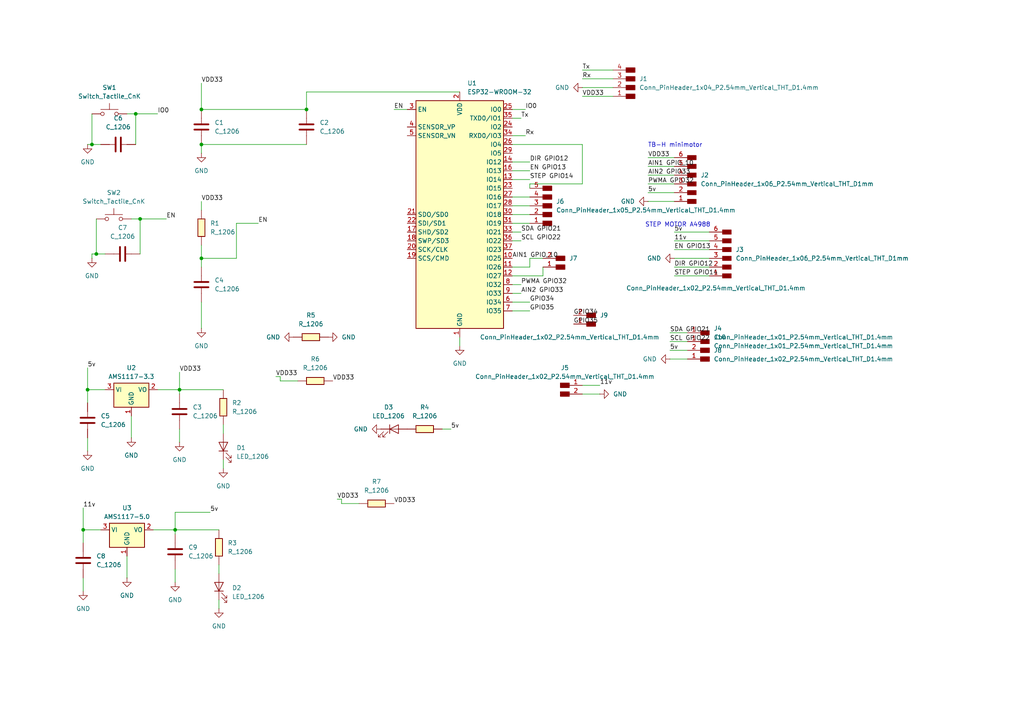
<source format=kicad_sch>
(kicad_sch (version 20231120) (generator "eeschema") (generator_version "8.0")
  (paper "A4")
  (lib_symbols
    (symbol "RF_Module:ESP32-WROOM-32"
      (property "Reference" "U" (at -12.7 34.29 0))
      (property "Value" "ESP32-WROOM-32" (at 1.27 34.29 0))
      (symbol "ESP32-WROOM-32_0_1"
        (rectangle (start -12.7 33.02) (end 12.7 -33.02) (stroke (width 0.254)) (fill (type background)))
      )
      (symbol "ESP32-WROOM-32_1_1"
        (pin power_in line (at 0 -35.56 90) (length 2.54) (name "GND") (number "1"))
        (pin bidirectional line (at 15.24 -12.7 180) (length 2.54) (name "IO25") (number "10"))
        (pin bidirectional line (at 15.24 -15.24 180) (length 2.54) (name "IO26") (number "11"))
        (pin bidirectional line (at 15.24 -17.78 180) (length 2.54) (name "IO27") (number "12"))
        (pin bidirectional line (at 15.24 10.16 180) (length 2.54) (name "IO14") (number "13"))
        (pin bidirectional line (at 15.24 15.24 180) (length 2.54) (name "IO12") (number "14"))
        (pin passive line (at 0 -35.56 90) (length 2.54) hide (name "GND") (number "15"))
        (pin bidirectional line (at 15.24 12.7 180) (length 2.54) (name "IO13") (number "16"))
        (pin bidirectional line (at -15.24 -5.08 0) (length 2.54) (name "SHD/SD2") (number "17"))
        (pin bidirectional line (at -15.24 -7.62 0) (length 2.54) (name "SWP/SD3") (number "18"))
        (pin bidirectional line (at -15.24 -12.7 0) (length 2.54) (name "SCS/CMD") (number "19"))
        (pin power_in line (at 0 35.56 270) (length 2.54) (name "VDD") (number "2"))
        (pin bidirectional line (at -15.24 -10.16 0) (length 2.54) (name "SCK/CLK") (number "20"))
        (pin bidirectional line (at -15.24 0 0) (length 2.54) (name "SDO/SD0") (number "21"))
        (pin bidirectional line (at -15.24 -2.54 0) (length 2.54) (name "SDI/SD1") (number "22"))
        (pin bidirectional line (at 15.24 7.62 180) (length 2.54) (name "IO15") (number "23"))
        (pin bidirectional line (at 15.24 25.4 180) (length 2.54) (name "IO2") (number "24"))
        (pin bidirectional line (at 15.24 30.48 180) (length 2.54) (name "IO0") (number "25"))
        (pin bidirectional line (at 15.24 20.32 180) (length 2.54) (name "IO4") (number "26"))
        (pin bidirectional line (at 15.24 5.08 180) (length 2.54) (name "IO16") (number "27"))
        (pin bidirectional line (at 15.24 2.54 180) (length 2.54) (name "IO17") (number "28"))
        (pin bidirectional line (at 15.24 17.78 180) (length 2.54) (name "IO5") (number "29"))
        (pin input line (at -15.24 30.48 0) (length 2.54) (name "EN") (number "3"))
        (pin bidirectional line (at 15.24 0 180) (length 2.54) (name "IO18") (number "30"))
        (pin bidirectional line (at 15.24 -2.54 180) (length 2.54) (name "IO19") (number "31"))
        (pin no_connect line (at -12.7 -27.94 0) (length 2.54) hide (name "NC") (number "32"))
        (pin bidirectional line (at 15.24 -5.08 180) (length 2.54) (name "IO21") (number "33"))
        (pin bidirectional line (at 15.24 22.86 180) (length 2.54) (name "RXD0/IO3") (number "34"))
        (pin bidirectional line (at 15.24 27.94 180) (length 2.54) (name "TXD0/IO1") (number "35"))
        (pin bidirectional line (at 15.24 -7.62 180) (length 2.54) (name "IO22") (number "36"))
        (pin bidirectional line (at 15.24 -10.16 180) (length 2.54) (name "IO23") (number "37"))
        (pin passive line (at 0 -35.56 90) (length 2.54) hide (name "GND") (number "38"))
        (pin passive line (at 0 -35.56 90) (length 2.54) hide (name "GND") (number "39"))
        (pin input line (at -15.24 25.4 0) (length 2.54) (name "SENSOR_VP") (number "4"))
        (pin input line (at -15.24 22.86 0) (length 2.54) (name "SENSOR_VN") (number "5"))
        (pin input line (at 15.24 -25.4 180) (length 2.54) (name "IO34") (number "6"))
        (pin input line (at 15.24 -27.94 180) (length 2.54) (name "IO35") (number "7"))
        (pin bidirectional line (at 15.24 -20.32 180) (length 2.54) (name "IO32") (number "8"))
        (pin bidirectional line (at 15.24 -22.86 180) (length 2.54) (name "IO33") (number "9"))
      )
    )
    (symbol "Regulator_Linear:AMS1117-3.3"
      (property "Reference" "U" (at -3.81 3.175 0))
      (property "Value" "AMS1117-3.3" (at 0 3.175 0))
      (symbol "AMS1117-3.3_0_1"
        (rectangle (start -5.08 -5.08) (end 5.08 1.905) (stroke (width 0.254)) (fill (type background)))
      )
      (symbol "AMS1117-3.3_1_1"
        (pin power_in line (at 0 -7.62 90) (length 2.54) (name "GND") (number "1"))
        (pin power_out line (at 7.62 0 180) (length 2.54) (name "VO") (number "2"))
        (pin power_in line (at -7.62 0 0) (length 2.54) (name "VI") (number "3"))
      )
    )
    (symbol "Regulator_Linear:AMS1117-5.0"
      (property "Reference" "U" (at -3.81 3.175 0))
      (property "Value" "AMS1117-5.0" (at 0 3.175 0))
      (symbol "AMS1117-5.0_0_1"
        (rectangle (start -5.08 -5.08) (end 5.08 1.905) (stroke (width 0.254)) (fill (type background)))
      )
      (symbol "AMS1117-5.0_1_1"
        (pin power_in line (at 0 -7.62 90) (length 2.54) (name "GND") (number "1"))
        (pin power_out line (at 7.62 0 180) (length 2.54) (name "VO") (number "2"))
        (pin power_in line (at -7.62 0 0) (length 2.54) (name "VI") (number "3"))
      )
    )
    (symbol "fab:C_1206" (pin_numbers hide)
      (property "Reference" "C" (at 0.635 2.54 0))
      (property "Value" "C_1206" (at 0.635 -2.54 0))
      (symbol "C_1206_0_1"
        (polyline (pts (xy -2.032 -0.762) (xy 2.032 -0.762)) (stroke (width 0.508)))
        (polyline (pts (xy -2.032 0.762) (xy 2.032 0.762)) (stroke (width 0.508)))
        (polyline (pts (xy 0 -0.635) (xy 0 -2.54)))
        (polyline (pts (xy 0 0.635) (xy 0 2.54)))
      )
      (symbol "C_1206_1_1"
        (pin passive line (at 0 5.08 270) (length 2.54) (name "~") (number "1"))
        (pin passive line (at 0 -5.08 90) (length 2.54) (name "~") (number "2"))
      )
    )
    (symbol "fab:Conn_PinHeader_1x01_P2.54mm_Vertical_THT_D1.4mm" (pin_names (offset 1.016) hide)
      (property "Reference" "J" (at 0 2.54 0))
      (property "Value" "Conn_PinHeader_1x01_P2.54mm_Vertical_THT_D1.4mm" (at 0 -2.54 0))
      (symbol "Conn_PinHeader_1x01_P2.54mm_Vertical_THT_D1.4mm_1_1"
        (rectangle (start -1.27 0.635) (end 1.27 -0.635) (stroke (width 0.1524)) (fill (type outline)))
        (pin passive line (at 5.08 0 180) (length 3.81) (name "Pin_1") (number "1"))
      )
    )
    (symbol "fab:Conn_PinHeader_1x02_P2.54mm_Vertical_THT_D1.4mm" (pin_names hide)
      (property "Reference" "J" (at 0 2.54 0))
      (property "Value" "Conn_PinHeader_1x02_P2.54mm_Vertical_THT_D1.4mm" (at 0 -5.08 0))
      (symbol "Conn_PinHeader_1x02_P2.54mm_Vertical_THT_D1.4mm_1_1"
        (rectangle (start -1.27 -1.905) (end 1.27 -3.175) (stroke (width 0.254)) (fill (type outline)))
        (rectangle (start -1.27 0.635) (end 1.27 -0.635) (stroke (width 0.254)) (fill (type outline)))
        (pin passive line (at 5.08 0 180) (length 3.81) (name "Pin_1") (number "1"))
        (pin passive line (at 5.08 -2.54 180) (length 3.81) (name "Pin_2") (number "2"))
      )
    )
    (symbol "fab:Conn_PinHeader_1x04_P2.54mm_Vertical_THT_D1.4mm" (pin_names hide)
      (property "Reference" "J" (at 0 5.08 0))
      (property "Value" "Conn_PinHeader_1x04_P2.54mm_Vertical_THT_D1.4mm" (at 0 -7.62 0))
      (symbol "Conn_PinHeader_1x04_P2.54mm_Vertical_THT_D1.4mm_1_1"
        (rectangle (start -1.27 -4.445) (end 1.27 -5.715) (stroke (width 0.254)) (fill (type outline)))
        (rectangle (start -1.27 -1.905) (end 1.27 -3.175) (stroke (width 0.254)) (fill (type outline)))
        (rectangle (start -1.27 0.635) (end 1.27 -0.635) (stroke (width 0.254)) (fill (type outline)))
        (rectangle (start -1.27 3.175) (end 1.27 1.905) (stroke (width 0.254)) (fill (type outline)))
        (pin passive line (at 5.08 2.54 180) (length 3.81) (name "Pin_1") (number "1"))
        (pin passive line (at 5.08 0 180) (length 3.81) (name "Pin_2") (number "2"))
        (pin passive line (at 5.08 -2.54 180) (length 3.81) (name "Pin_3") (number "3"))
        (pin passive line (at 5.08 -5.08 180) (length 3.81) (name "Pin_4") (number "4"))
      )
    )
    (symbol "fab:Conn_PinHeader_1x05_P2.54mm_Vertical_THT_D1.4mm" (pin_names hide)
      (property "Reference" "J" (at 0 7.62 0))
      (property "Value" "Conn_PinHeader_1x05_P2.54mm_Vertical_THT_D1.4mm" (at 0 -7.62 0))
      (symbol "Conn_PinHeader_1x05_P2.54mm_Vertical_THT_D1.4mm_1_1"
        (rectangle (start -1.27 -4.445) (end 1.27 -5.715) (stroke (width 0.254)) (fill (type outline)))
        (rectangle (start -1.27 -1.905) (end 1.27 -3.175) (stroke (width 0.254)) (fill (type outline)))
        (rectangle (start -1.27 0.635) (end 1.27 -0.635) (stroke (width 0.254)) (fill (type outline)))
        (rectangle (start -1.27 3.175) (end 1.27 1.905) (stroke (width 0.254)) (fill (type outline)))
        (rectangle (start -1.27 5.715) (end 1.27 4.445) (stroke (width 0.254)) (fill (type outline)))
        (pin passive line (at 5.08 5.08 180) (length 3.81) (name "Pin_1") (number "1"))
        (pin passive line (at 5.08 2.54 180) (length 3.81) (name "Pin_2") (number "2"))
        (pin passive line (at 5.08 0 180) (length 3.81) (name "Pin_3") (number "3"))
        (pin passive line (at 5.08 -2.54 180) (length 3.81) (name "Pin_4") (number "4"))
        (pin passive line (at 5.08 -5.08 180) (length 3.81) (name "Pin_5") (number "5"))
      )
    )
    (symbol "fab:Conn_PinHeader_1x06_P2.54mm_Vertical_THT_D1mm" (pin_names hide)
      (property "Reference" "J" (at 0 7.62 0))
      (property "Value" "Conn_PinHeader_1x06_P2.54mm_Vertical_THT_D1mm" (at 0 -10.16 0))
      (symbol "Conn_PinHeader_1x06_P2.54mm_Vertical_THT_D1mm_1_1"
        (rectangle (start -1.27 -6.985) (end 1.27 -8.255) (stroke (width 0.1524)) (fill (type outline)))
        (rectangle (start -1.27 -4.445) (end 1.27 -5.715) (stroke (width 0.1524)) (fill (type outline)))
        (rectangle (start -1.27 -1.905) (end 1.27 -3.175) (stroke (width 0.1524)) (fill (type outline)))
        (rectangle (start -1.27 0.635) (end 1.27 -0.635) (stroke (width 0.1524)) (fill (type outline)))
        (rectangle (start -1.27 3.175) (end 1.27 1.905) (stroke (width 0.1524)) (fill (type outline)))
        (rectangle (start -1.27 5.715) (end 1.27 4.445) (stroke (width 0.1524)) (fill (type outline)))
        (pin passive line (at 5.08 5.08 180) (length 3.81) (name "Pin_1") (number "1"))
        (pin passive line (at 5.08 2.54 180) (length 3.81) (name "Pin_2") (number "2"))
        (pin passive line (at 5.08 0 180) (length 3.81) (name "Pin_3") (number "3"))
        (pin passive line (at 5.08 -2.54 180) (length 3.81) (name "Pin_4") (number "4"))
        (pin passive line (at 5.08 -5.08 180) (length 3.81) (name "Pin_5") (number "5"))
        (pin passive line (at 5.08 -7.62 180) (length 3.81) (name "Pin_6") (number "6"))
      )
    )
    (symbol "fab:LED_1206" (pin_numbers hide) (pin_names (offset 1.016) hide)
      (property "Reference" "D" (at 0 2.54 0))
      (property "Value" "LED_1206" (at 0 -2.54 0))
      (symbol "LED_1206_0_1"
        (polyline (pts (xy -1.27 -1.27) (xy -1.27 1.27)) (stroke (width 0.2032)))
        (polyline (pts (xy -1.27 0) (xy 1.27 0)))
        (polyline (pts (xy 1.27 -1.27) (xy 1.27 1.27) (xy -1.27 0) (xy 1.27 -1.27)) (stroke (width 0.2032)))
        (polyline (pts (xy -3.048 -0.762) (xy -4.572 -2.286) (xy -3.81 -2.286) (xy -4.572 -2.286) (xy -4.572 -1.524)))
        (polyline (pts (xy -1.778 -0.762) (xy -3.302 -2.286) (xy -2.54 -2.286) (xy -3.302 -2.286) (xy -3.302 -1.524)))
      )
      (symbol "LED_1206_1_1"
        (pin passive line (at -3.81 0 0) (length 2.54) (name "K") (number "1"))
        (pin passive line (at 3.81 0 180) (length 2.54) (name "A") (number "2"))
      )
    )
    (symbol "fab:R_1206" (pin_numbers hide) (pin_names (offset 0))
      (property "Reference" "R" (at 2.54 0 90))
      (property "Value" "R_1206" (at -2.54 0 90))
      (symbol "R_1206_0_1"
        (rectangle (start -1.016 -2.54) (end 1.016 2.54) (stroke (width 0.254)) (fill (type background)))
      )
      (symbol "R_1206_1_1"
        (pin passive line (at 0 5.08 270) (length 2.54) (name "~") (number "1"))
        (pin passive line (at 0 -5.08 90) (length 2.54) (name "~") (number "2"))
      )
    )
    (symbol "fab:Switch_Tactile_CnK" (pin_numbers hide) (pin_names (offset 1.016) hide)
      (property "Reference" "SW" (at 1.27 3.81 0))
      (property "Value" "Switch_Tactile_CnK" (at 0 0 0))
      (symbol "Switch_Tactile_CnK_0_1"
        (circle (center -2.032 0) (radius 0.508))
        (polyline (pts (xy 0 1.27) (xy 0 3.048)))
        (polyline (pts (xy 2.54 1.27) (xy -2.54 1.27)))
        (circle (center 2.032 0) (radius 0.508))
        (pin passive line (at -5.08 0 0) (length 2.54) (name "1") (number "1"))
        (pin passive line (at 5.08 0 180) (length 2.54) (name "2") (number "2"))
      )
    )
    (symbol "power:GND" (power) (pin_numbers hide) (pin_names (offset 0) hide)
      (property "Value" "GND" (at 0 -3.81 0))
      (symbol "GND_0_1"
        (polyline (pts (xy 0 0) (xy 0 -1.27) (xy 1.27 -1.27) (xy 0 -2.54) (xy -1.27 -1.27) (xy 0 -1.27)))
      )
      (symbol "GND_1_1"
        (pin power_in line (at 0 0 270) (length 0) (name "~") (number "1"))
      )
    )
  )
  (junction (at 24.13 153.67))
  (junction (at 27.94 73.66))
  (junction (at 58.42 41.91))
  (junction (at 40.64 63.5))
  (junction (at 50.8 153.67))
  (junction (at 58.42 74.93))
  (junction (at 58.42 31.75))
  (junction (at 52.07 113.03))
  (junction (at 88.9 31.75))
  (junction (at 26.67 41.91))
  (junction (at 39.37 33.02))
  (junction (at 25.4 113.03))
  (wire (pts (xy 148.59 52.07) (xy 153.67 52.07)))
  (wire (pts (xy 52.07 113.03) (xy 64.77 113.03)))
  (wire (pts (xy 80.01 109.22) (xy 81.28 109.22)))
  (wire (pts (xy 148.59 64.77) (xy 153.67 64.77)))
  (wire (pts (xy 44.45 153.67) (xy 50.8 153.67)))
  (wire (pts (xy 195.58 77.47) (xy 205.74 77.47)))
  (wire (pts (xy 168.91 27.94) (xy 177.8 27.94)))
  (wire (pts (xy 63.5 163.83) (xy 63.5 166.37)))
  (wire (pts (xy 148.59 67.31) (xy 151.13 67.31)))
  (wire (pts (xy 195.58 80.01) (xy 205.74 80.01)))
  (wire (pts (xy 50.8 153.67) (xy 50.8 154.94)))
  (wire (pts (xy 168.91 20.32) (xy 177.8 20.32)))
  (wire (pts (xy 63.5 173.99) (xy 63.5 176.53)))
  (wire (pts (xy 26.67 73.66) (xy 26.67 74.93)))
  (wire (pts (xy 39.37 41.91) (xy 39.37 33.02)))
  (wire (pts (xy 25.4 127) (xy 25.4 130.81)))
  (wire (pts (xy 148.59 46.99) (xy 153.67 46.99)))
  (wire (pts (xy 74.93 64.77) (xy 68.58 64.77)))
  (wire (pts (xy 153.67 74.93) (xy 157.48 74.93)))
  (wire (pts (xy 195.58 74.93) (xy 205.74 74.93)))
  (wire (pts (xy 50.8 165.1) (xy 50.8 168.91)))
  (wire (pts (xy 148.59 59.69) (xy 153.67 59.69)))
  (wire (pts (xy 58.42 44.45) (xy 58.42 41.91)))
  (wire (pts (xy 58.42 87.63) (xy 58.42 95.25)))
  (wire (pts (xy 194.31 104.14) (xy 199.39 104.14)))
  (wire (pts (xy 58.42 31.75) (xy 88.9 31.75)))
  (wire (pts (xy 64.77 133.35) (xy 64.77 135.89)))
  (wire (pts (xy 194.31 99.06) (xy 199.39 99.06)))
  (wire (pts (xy 58.42 24.13) (xy 58.42 31.75)))
  (wire (pts (xy 58.42 74.93) (xy 58.42 77.47)))
  (wire (pts (xy 52.07 113.03) (xy 52.07 114.3)))
  (wire (pts (xy 148.59 39.37) (xy 152.4 39.37)))
  (wire (pts (xy 187.96 53.34) (xy 195.58 53.34)))
  (wire (pts (xy 27.94 73.66) (xy 26.67 73.66)))
  (wire (pts (xy 25.4 106.68) (xy 25.4 113.03)))
  (wire (pts (xy 81.28 110.49) (xy 86.36 110.49)))
  (wire (pts (xy 24.13 167.64) (xy 24.13 171.45)))
  (wire (pts (xy 157.48 80.01) (xy 157.48 77.47)))
  (wire (pts (xy 128.27 124.46) (xy 130.81 124.46)))
  (wire (pts (xy 195.58 67.31) (xy 205.74 67.31)))
  (wire (pts (xy 88.9 26.67) (xy 88.9 31.75)))
  (wire (pts (xy 27.94 63.5) (xy 27.94 73.66)))
  (wire (pts (xy 24.13 153.67) (xy 29.21 153.67)))
  (wire (pts (xy 133.35 97.79) (xy 133.35 100.33)))
  (wire (pts (xy 133.35 26.67) (xy 88.9 26.67)))
  (wire (pts (xy 187.96 55.88) (xy 195.58 55.88)))
  (wire (pts (xy 45.72 113.03) (xy 52.07 113.03)))
  (wire (pts (xy 148.59 77.47) (xy 153.67 77.47)))
  (wire (pts (xy 168.91 41.91) (xy 148.59 41.91)))
  (wire (pts (xy 194.31 101.6) (xy 199.39 101.6)))
  (wire (pts (xy 26.67 41.91) (xy 29.21 41.91)))
  (wire (pts (xy 58.42 71.12) (xy 58.42 74.93)))
  (wire (pts (xy 153.67 53.34) (xy 168.91 53.34)))
  (wire (pts (xy 148.59 62.23) (xy 153.67 62.23)))
  (wire (pts (xy 39.37 33.02) (xy 45.72 33.02)))
  (wire (pts (xy 168.91 111.76) (xy 173.99 111.76)))
  (wire (pts (xy 148.59 87.63) (xy 153.67 87.63)))
  (wire (pts (xy 168.91 22.86) (xy 177.8 22.86)))
  (wire (pts (xy 187.96 48.26) (xy 195.58 48.26)))
  (wire (pts (xy 50.8 148.59) (xy 60.96 148.59)))
  (wire (pts (xy 68.58 64.77) (xy 68.58 74.93)))
  (wire (pts (xy 148.59 31.75) (xy 152.4 31.75)))
  (wire (pts (xy 58.42 41.91) (xy 88.9 41.91)))
  (wire (pts (xy 81.28 109.22) (xy 81.28 110.49)))
  (wire (pts (xy 187.96 58.42) (xy 195.58 58.42)))
  (wire (pts (xy 64.77 123.19) (xy 64.77 125.73)))
  (wire (pts (xy 148.59 85.09) (xy 151.13 85.09)))
  (wire (pts (xy 24.13 147.32) (xy 24.13 153.67)))
  (wire (pts (xy 36.83 33.02) (xy 39.37 33.02)))
  (wire (pts (xy 153.67 54.61) (xy 153.67 53.34)))
  (wire (pts (xy 168.91 53.34) (xy 168.91 41.91)))
  (wire (pts (xy 153.67 77.47) (xy 153.67 74.93)))
  (wire (pts (xy 24.13 153.67) (xy 24.13 157.48)))
  (wire (pts (xy 168.91 114.3) (xy 173.99 114.3)))
  (wire (pts (xy 52.07 107.95) (xy 52.07 113.03)))
  (wire (pts (xy 40.64 63.5) (xy 40.64 73.66)))
  (wire (pts (xy 194.31 96.52) (xy 199.39 96.52)))
  (wire (pts (xy 187.96 45.72) (xy 195.58 45.72)))
  (wire (pts (xy 38.1 120.65) (xy 38.1 127)))
  (wire (pts (xy 50.8 153.67) (xy 63.5 153.67)))
  (wire (pts (xy 187.96 50.8) (xy 195.58 50.8)))
  (wire (pts (xy 148.59 69.85) (xy 151.13 69.85)))
  (wire (pts (xy 195.58 72.39) (xy 205.74 72.39)))
  (wire (pts (xy 148.59 90.17) (xy 153.67 90.17)))
  (wire (pts (xy 52.07 124.46) (xy 52.07 128.27)))
  (wire (pts (xy 168.91 25.4) (xy 177.8 25.4)))
  (wire (pts (xy 30.48 73.66) (xy 27.94 73.66)))
  (wire (pts (xy 148.59 57.15) (xy 153.67 57.15)))
  (wire (pts (xy 26.67 41.91) (xy 25.4 41.91)))
  (wire (pts (xy 195.58 69.85) (xy 205.74 69.85)))
  (wire (pts (xy 26.67 33.02) (xy 26.67 41.91)))
  (wire (pts (xy 58.42 58.42) (xy 58.42 60.96)))
  (wire (pts (xy 50.8 148.59) (xy 50.8 153.67)))
  (wire (pts (xy 148.59 80.01) (xy 157.48 80.01)))
  (wire (pts (xy 38.1 63.5) (xy 40.64 63.5)))
  (wire (pts (xy 114.3 31.75) (xy 118.11 31.75)))
  (wire (pts (xy 25.4 113.03) (xy 25.4 116.84)))
  (wire (pts (xy 148.59 49.53) (xy 153.67 49.53)))
  (wire (pts (xy 36.83 161.29) (xy 36.83 167.64)))
  (wire (pts (xy 99.06 144.78) (xy 99.06 146.05)))
  (wire (pts (xy 148.59 34.29) (xy 151.13 34.29)))
  (wire (pts (xy 25.4 113.03) (xy 30.48 113.03)))
  (wire (pts (xy 99.06 146.05) (xy 104.14 146.05)))
  (wire (pts (xy 148.59 82.55) (xy 151.13 82.55)))
  (wire (pts (xy 68.58 74.93) (xy 58.42 74.93)))
  (wire (pts (xy 40.64 63.5) (xy 48.26 63.5)))
  (wire (pts (xy 97.79 144.78) (xy 99.06 144.78)))
  (text "STEP MOTOR A4988\n" (at 196.596 65.278 0) (effects (font (size 1.27 1.27))))
  (text "TB-H minimotor\n" (at 195.834 42.164 0) (effects (font (size 1.27 1.27))))
  (label "Tx" (at 151.13 34.29 0))
  (label "VDD33" (at 187.96 45.72 0))
  (label "VDD33" (at 168.91 27.94 0))
  (label "STEP GPIO14" (at 153.67 52.07 0))
  (label "VDD33" (at 114.3 146.05 0))
  (label "Rx" (at 152.4 39.37 0))
  (label "5v" (at 130.81 124.46 0))
  (label "5v" (at 194.31 101.6 0))
  (label "GPIO35" (at 166.37 93.98 0))
  (label "EN" (at 48.26 63.5 0))
  (label "Tx" (at 168.91 20.32 0))
  (label "VDD33" (at 96.52 110.49 0))
  (label "PWMA GPIO32" (at 187.96 53.34 0))
  (label "EN GPIO13" (at 153.67 49.53 0))
  (label "5v" (at 60.96 148.59 0))
  (label "STEP GPIO14" (at 195.58 80.01 0))
  (label "VDD33" (at 97.79 144.78 0))
  (label "11v" (at 195.58 69.85 0))
  (label "11v" (at 173.99 111.76 0))
  (label "IO0" (at 152.4 31.75 0))
  (label "PWMA GPIO32" (at 151.13 82.55 0))
  (label "EN GPIO13" (at 195.58 72.39 0))
  (label "VDD33" (at 80.01 109.22 0))
  (label "Rx" (at 168.91 22.86 0))
  (label "VDD33" (at 58.42 58.42 0))
  (label "SCL GPIO22" (at 151.13 69.85 0))
  (label "DIR GPIO12" (at 195.58 77.47 0))
  (label "SCL GPIO22" (at 194.31 99.06 0))
  (label "5v" (at 195.58 67.31 0))
  (label "VDD33" (at 52.07 107.95 0))
  (label "GPIO35" (at 153.67 90.17 0))
  (label "IO0" (at 45.72 33.02 0))
  (label "AIN1 GPIO_10" (at 148.59 74.93 0))
  (label "GPIO34" (at 166.37 91.44 0))
  (label "11v" (at 24.13 147.32 0))
  (label "SDA GPIO21" (at 194.31 96.52 0))
  (label "AIN2 GPIO33" (at 151.13 85.09 0))
  (label "EN" (at 114.3 31.75 0))
  (label "AIN2 GPIO33" (at 187.96 50.8 0))
  (label "EN" (at 74.93 64.77 0))
  (label "AIN1 GPIO_10" (at 187.96 48.26 0))
  (label "5v" (at 25.4 106.68 0))
  (label "DIR GPIO12" (at 153.67 46.99 0))
  (label "VDD33" (at 58.42 24.13 0))
  (label "GPIO34" (at 153.67 87.63 0))
  (label "SDA GPIO21" (at 151.13 67.31 0))
  (label "5v" (at 187.96 55.88 0))
  (symbol (lib_id "power:GND") (at 58.42 44.45 0) (unit 1)
    (property "Reference" "#PWR01" (effects (hide yes)))
    (property "Value" "GND" (at 58.42 49.53 0))
    (property "Description" "Power symbol creates a global label with name \"GND\" , ground" (effects (hide yes)))
  )
  (symbol (lib_id "power:GND") (at 36.83 167.64 0) (unit 1)
    (property "Reference" "#PWR013" (effects (hide yes)))
    (property "Value" "GND" (at 36.83 172.72 0))
    (property "Description" "Power symbol creates a global label with name \"GND\" , ground" (effects (hide yes)))
  )
  (symbol (lib_id "fab:Conn_PinHeader_1x04_P2.54mm_Vertical_THT_D1.4mm") (at 182.88 25.4 180) (unit 1)
    (property "Reference" "J1" (at 185.42 22.8599 0) (effects (justify right)))
    (property "Value" "Conn_PinHeader_1x04_P2.54mm_Vertical_THT_D1.4mm" (at 185.42 25.3999 0) (effects (justify right)))
    (property "Footprint" "fab:PinHeader_1x04_P2.54mm_Vertical_THT_D1.4mm" (effects (hide yes)))
    (property "Description" "Male connector, single row" (effects (hide yes)))
  )
  (symbol (lib_id "fab:Conn_PinHeader_1x02_P2.54mm_Vertical_THT_D1.4mm") (at 162.56 77.47 180) (unit 1)
    (property "Reference" "J7" (at 165.1 74.9299 0) (effects (justify right)))
    (property "Value" "Conn_PinHeader_1x02_P2.54mm_Vertical_THT_D1.4mm" (at 181.61 83.566 0) (effects (justify right)))
    (property "Footprint" "fab:PinHeader_1x02_P2.54mm_Vertical_THT_D1.4mm" (effects (hide yes)))
    (property "Description" "Male connector, single row" (effects (hide yes)))
  )
  (symbol (lib_id "fab:C_1206") (at 50.8 160.02 0) (unit 1)
    (property "Reference" "C9" (at 54.61 158.7499 0) (effects (justify left)))
    (property "Value" "C_1206" (at 54.61 161.2899 0) (effects (justify left)))
    (property "Footprint" "fab:C_1206" (effects (hide yes)))
    (property "Datasheet" "https://www.yageo.com/upload/media/product/productsearch/datasheet/mlcc/UPY-GP_NP0_16V-to-50V_18.pdf" (effects (hide yes)))
    (property "Description" "Unpolarized capacitor, SMD, 1206" (effects (hide yes)))
  )
  (symbol (lib_id "power:GND") (at 26.67 74.93 0) (unit 1)
    (property "Reference" "#PWR07" (effects (hide yes)))
    (property "Value" "GND" (at 26.67 80.01 0))
    (property "Description" "Power symbol creates a global label with name \"GND\" , ground" (effects (hide yes)))
  )
  (symbol (lib_id "RF_Module:ESP32-WROOM-32") (at 133.35 62.23 0) (unit 1)
    (property "Reference" "U1" (at 135.5441 24.13 0) (effects (justify left)))
    (property "Value" "ESP32-WROOM-32" (at 135.5441 26.67 0) (effects (justify left)))
    (property "Footprint" "RF_Module:ESP32-WROOM-32" (effects (hide yes)))
    (property "Datasheet" "https://www.espressif.com/sites/default/files/documentation/esp32-wroom-32_datasheet_en.pdf" (effects (hide yes)))
    (property "Description" "RF Module, ESP32-D0WDQ6 SoC, Wi-Fi 802.11b/g/n, Bluetooth, BLE, 32-bit, 2.7-3.6V, onboard antenna, SMD" (effects (hide yes)))
  )
  (symbol (lib_id "fab:Conn_PinHeader_1x05_P2.54mm_Vertical_THT_D1.4mm") (at 158.75 59.69 180) (unit 1)
    (property "Reference" "J6" (at 161.29 58.4199 0) (effects (justify right)))
    (property "Value" "Conn_PinHeader_1x05_P2.54mm_Vertical_THT_D1.4mm" (at 161.29 60.9599 0) (effects (justify right)))
    (property "Footprint" "fab:PinHeader_1x05_P2.54mm_Vertical_THT_D1.4mm" (effects (hide yes)))
    (property "Description" "Pin header" (effects (hide yes)))
  )
  (symbol (lib_id "fab:Switch_Tactile_CnK") (at 31.75 33.02 0) (unit 1)
    (property "Reference" "SW1" (at 31.75 25.4 0))
    (property "Value" "Switch_Tactile_CnK" (at 31.75 27.94 0))
    (property "Footprint" "fab:Button_CnK_PTS636.0_6x3.5mm" (effects (hide yes)))
    (property "Datasheet" "https://www.ckswitches.com/media/2779/pts636.pdf" (effects (hide yes)))
    (property "Description" "Push button switch, C&K PTS636 SM25F SMTR LFS, Tactile Switch SPST-NO Top Actuated Surface Mount" (effects (hide yes)))
  )
  (symbol (lib_id "power:GND") (at 85.09 97.79 270) (unit 1)
    (property "Reference" "#PWR020" (effects (hide yes)))
    (property "Value" "GND" (at 81.28 97.7899 90) (effects (justify right)))
    (property "Description" "Power symbol creates a global label with name \"GND\" , ground" (effects (hide yes)))
  )
  (symbol (lib_id "power:GND") (at 110.49 124.46 270) (unit 1)
    (property "Reference" "#PWR019" (effects (hide yes)))
    (property "Value" "GND" (at 106.68 124.4599 90) (effects (justify right)))
    (property "Description" "Power symbol creates a global label with name \"GND\" , ground" (effects (hide yes)))
  )
  (symbol (lib_id "fab:C_1206") (at 24.13 162.56 0) (unit 1)
    (property "Reference" "C8" (at 27.94 161.2899 0) (effects (justify left)))
    (property "Value" "C_1206" (at 27.94 163.8299 0) (effects (justify left)))
    (property "Footprint" "fab:C_1206" (effects (hide yes)))
    (property "Datasheet" "https://www.yageo.com/upload/media/product/productsearch/datasheet/mlcc/UPY-GP_NP0_16V-to-50V_18.pdf" (effects (hide yes)))
    (property "Description" "Unpolarized capacitor, SMD, 1206" (effects (hide yes)))
  )
  (symbol (lib_id "fab:LED_1206") (at 64.77 129.54 90) (unit 1)
    (property "Reference" "D1" (at 68.58 129.8701 90) (effects (justify right)))
    (property "Value" "LED_1206" (at 68.58 132.4101 90) (effects (justify right)))
    (property "Footprint" "fab:LED_1206" (effects (hide yes)))
    (property "Datasheet" "https://optoelectronics.liteon.com/upload/download/DS-22-98-0002/LTST-C150CKT.pdf" (effects (hide yes)))
    (property "Description" "Light emitting diode, Lite-On Inc. LTST, SMD" (effects (hide yes)))
  )
  (symbol (lib_id "fab:C_1206") (at 34.29 41.91 90) (unit 1)
    (property "Reference" "C6" (at 34.29 34.29 90))
    (property "Value" "C_1206" (at 34.29 36.83 90))
    (property "Footprint" "fab:C_1206" (effects (hide yes)))
    (property "Datasheet" "https://www.yageo.com/upload/media/product/productsearch/datasheet/mlcc/UPY-GP_NP0_16V-to-50V_18.pdf" (effects (hide yes)))
    (property "Description" "Unpolarized capacitor, SMD, 1206" (effects (hide yes)))
  )
  (symbol (lib_id "power:GND") (at 58.42 95.25 0) (unit 1)
    (property "Reference" "#PWR02" (effects (hide yes)))
    (property "Value" "GND" (at 58.42 100.33 0))
    (property "Description" "Power symbol creates a global label with name \"GND\" , ground" (effects (hide yes)))
  )
  (symbol (lib_id "fab:R_1206") (at 63.5 158.75 0) (unit 1)
    (property "Reference" "R3" (at 66.04 157.4799 0) (effects (justify left)))
    (property "Value" "R_1206" (at 66.04 160.0199 0) (effects (justify left)))
    (property "Footprint" "fab:R_1206" (effects (hide yes)))
    (property "Description" "Resistor" (effects (hide yes)))
  )
  (symbol (lib_id "fab:Conn_PinHeader_1x02_P2.54mm_Vertical_THT_D1.4mm") (at 171.45 93.98 180) (unit 1)
    (property "Reference" "J9" (at 173.99 91.4399 0) (effects (justify right)))
    (property "Value" "Conn_PinHeader_1x02_P2.54mm_Vertical_THT_D1.4mm" (at 139.192 97.79 0) (effects (justify right)))
    (property "Footprint" "fab:PinHeader_1x02_P2.54mm_Vertical_THT_D1.4mm" (effects (hide yes)))
    (property "Description" "Male connector, single row" (effects (hide yes)))
  )
  (symbol (lib_id "fab:LED_1206") (at 63.5 170.18 90) (unit 1)
    (property "Reference" "D2" (at 67.31 170.5101 90) (effects (justify right)))
    (property "Value" "LED_1206" (at 67.31 173.0501 90) (effects (justify right)))
    (property "Footprint" "fab:LED_1206" (effects (hide yes)))
    (property "Datasheet" "https://optoelectronics.liteon.com/upload/download/DS-22-98-0002/LTST-C150CKT.pdf" (effects (hide yes)))
    (property "Description" "Light emitting diode, Lite-On Inc. LTST, SMD" (effects (hide yes)))
  )
  (symbol (lib_id "fab:R_1206") (at 109.22 146.05 90) (unit 1)
    (property "Reference" "R7" (at 109.22 139.7 90))
    (property "Value" "R_1206" (at 109.22 142.24 90))
    (property "Footprint" "fab:R_1206" (effects (hide yes)))
    (property "Description" "Resistor" (effects (hide yes)))
  )
  (symbol (lib_id "power:GND") (at 25.4 41.91 0) (unit 1)
    (property "Reference" "#PWR08" (effects (hide yes)))
    (property "Value" "GND" (at 25.4 46.99 0))
    (property "Description" "Power symbol creates a global label with name \"GND\" , ground" (effects (hide yes)))
  )
  (symbol (lib_id "fab:Switch_Tactile_CnK") (at 33.02 63.5 0) (unit 1)
    (property "Reference" "SW2" (at 33.02 55.88 0))
    (property "Value" "Switch_Tactile_CnK" (at 33.02 58.42 0))
    (property "Footprint" "fab:Button_CnK_PTS636.0_6x3.5mm" (effects (hide yes)))
    (property "Datasheet" "https://www.ckswitches.com/media/2779/pts636.pdf" (effects (hide yes)))
    (property "Description" "Push button switch, C&K PTS636 SM25F SMTR LFS, Tactile Switch SPST-NO Top Actuated Surface Mount" (effects (hide yes)))
  )
  (symbol (lib_id "fab:C_1206") (at 52.07 119.38 0) (unit 1)
    (property "Reference" "C3" (at 55.88 118.1099 0) (effects (justify left)))
    (property "Value" "C_1206" (at 55.88 120.6499 0) (effects (justify left)))
    (property "Footprint" "fab:C_1206" (effects (hide yes)))
    (property "Datasheet" "https://www.yageo.com/upload/media/product/productsearch/datasheet/mlcc/UPY-GP_NP0_16V-to-50V_18.pdf" (effects (hide yes)))
    (property "Description" "Unpolarized capacitor, SMD, 1206" (effects (hide yes)))
  )
  (symbol (lib_id "power:GND") (at 195.58 74.93 270) (unit 1)
    (property "Reference" "#PWR016" (effects (hide yes)))
    (property "Value" "GND" (at 191.77 74.9299 90) (effects (justify right)))
    (property "Description" "Power symbol creates a global label with name \"GND\" , ground" (effects (hide yes)))
  )
  (symbol (lib_id "fab:C_1206") (at 58.42 36.83 0) (unit 1)
    (property "Reference" "C1" (at 62.23 35.5599 0) (effects (justify left)))
    (property "Value" "C_1206" (at 62.23 38.0999 0) (effects (justify left)))
    (property "Footprint" "fab:C_1206" (effects (hide yes)))
    (property "Datasheet" "https://www.yageo.com/upload/media/product/productsearch/datasheet/mlcc/UPY-GP_NP0_16V-to-50V_18.pdf" (effects (hide yes)))
    (property "Description" "Unpolarized capacitor, SMD, 1206" (effects (hide yes)))
  )
  (symbol (lib_id "fab:Conn_PinHeader_1x01_P2.54mm_Vertical_THT_D1.4mm") (at 204.47 99.06 180) (unit 1)
    (property "Reference" "J10" (at 207.01 97.7899 0) (effects (justify right)))
    (property "Value" "Conn_PinHeader_1x01_P2.54mm_Vertical_THT_D1.4mm" (at 207.01 100.3299 0) (effects (justify right)))
    (property "Footprint" "fab:PinHeader_1x01_P2.54mm_Vertical_THT_D1.4mm" (effects (hide yes)))
    (property "Description" "Connector pin header 2.54mm pitch vertical tht" (effects (hide yes)))
  )
  (symbol (lib_id "fab:R_1206") (at 58.42 66.04 0) (unit 1)
    (property "Reference" "R1" (at 60.96 64.7699 0) (effects (justify left)))
    (property "Value" "R_1206" (at 60.96 67.3099 0) (effects (justify left)))
    (property "Footprint" "fab:R_1206" (effects (hide yes)))
    (property "Description" "Resistor" (effects (hide yes)))
  )
  (symbol (lib_id "fab:Conn_PinHeader_1x06_P2.54mm_Vertical_THT_D1mm") (at 210.82 74.93 180) (unit 1)
    (property "Reference" "J3" (at 213.36 72.3899 0) (effects (justify right)))
    (property "Value" "Conn_PinHeader_1x06_P2.54mm_Vertical_THT_D1mm" (at 213.36 74.9299 0) (effects (justify right)))
    (property "Footprint" "fab:PinHeader_1x06_P2.54mm_Vertical_THT_D1mm" (effects (hide yes)))
    (property "Datasheet" "https://media.digikey.com/PDF/Data%20Sheets/Sullins%20PDFs/xRxCzzzSxxN-RC_ST_11635-B.pdf" (effects (hide yes)))
    (property "Description" "Connector Header Through Hole 6 positions 0.100\" (2.54mm)" (effects (hide yes)))
  )
  (symbol (lib_id "fab:C_1206") (at 88.9 36.83 0) (unit 1)
    (property "Reference" "C2" (at 92.71 35.5599 0) (effects (justify left)))
    (property "Value" "C_1206" (at 92.71 38.0999 0) (effects (justify left)))
    (property "Footprint" "fab:C_1206" (effects (hide yes)))
    (property "Datasheet" "https://www.yageo.com/upload/media/product/productsearch/datasheet/mlcc/UPY-GP_NP0_16V-to-50V_18.pdf" (effects (hide yes)))
    (property "Description" "Unpolarized capacitor, SMD, 1206" (effects (hide yes)))
  )
  (symbol (lib_id "Regulator_Linear:AMS1117-3.3") (at 38.1 113.03 0) (unit 1)
    (property "Reference" "U2" (at 38.1 106.68 0))
    (property "Value" "AMS1117-3.3" (at 38.1 109.22 0))
    (property "Footprint" "Package_TO_SOT_SMD:SOT-223-3_TabPin2" (effects (hide yes)))
    (property "Datasheet" "http://www.advanced-monolithic.com/pdf/ds1117.pdf" (effects (hide yes)))
    (property "Description" "1A Low Dropout regulator, positive, 3.3V fixed output, SOT-223" (effects (hide yes)))
  )
  (symbol (lib_id "fab:LED_1206") (at 114.3 124.46 0) (unit 1)
    (property "Reference" "D3" (at 112.6998 118.11 0))
    (property "Value" "LED_1206" (at 112.6998 120.65 0))
    (property "Footprint" "fab:LED_1206" (effects (hide yes)))
    (property "Datasheet" "https://optoelectronics.liteon.com/upload/download/DS-22-98-0002/LTST-C150CKT.pdf" (effects (hide yes)))
    (property "Description" "Light emitting diode, Lite-On Inc. LTST, SMD" (effects (hide yes)))
  )
  (symbol (lib_id "fab:C_1206") (at 35.56 73.66 90) (unit 1)
    (property "Reference" "C7" (at 35.56 66.04 90))
    (property "Value" "C_1206" (at 35.56 68.58 90))
    (property "Footprint" "fab:C_1206" (effects (hide yes)))
    (property "Datasheet" "https://www.yageo.com/upload/media/product/productsearch/datasheet/mlcc/UPY-GP_NP0_16V-to-50V_18.pdf" (effects (hide yes)))
    (property "Description" "Unpolarized capacitor, SMD, 1206" (effects (hide yes)))
  )
  (symbol (lib_id "fab:R_1206") (at 64.77 118.11 0) (unit 1)
    (property "Reference" "R2" (at 67.31 116.8399 0) (effects (justify left)))
    (property "Value" "R_1206" (at 67.31 119.3799 0) (effects (justify left)))
    (property "Footprint" "fab:R_1206" (effects (hide yes)))
    (property "Description" "Resistor" (effects (hide yes)))
  )
  (symbol (lib_id "fab:Conn_PinHeader_1x02_P2.54mm_Vertical_THT_D1.4mm") (at 163.83 111.76 0) (unit 1)
    (property "Reference" "J5" (at 163.83 106.68 0))
    (property "Value" "Conn_PinHeader_1x02_P2.54mm_Vertical_THT_D1.4mm" (at 163.83 109.22 0))
    (property "Footprint" "fab:PinHeader_1x02_P2.54mm_Vertical_THT_D1.4mm" (effects (hide yes)))
    (property "Description" "Male connector, single row" (effects (hide yes)))
  )
  (symbol (lib_id "fab:C_1206") (at 58.42 82.55 0) (unit 1)
    (property "Reference" "C4" (at 62.23 81.2799 0) (effects (justify left)))
    (property "Value" "C_1206" (at 62.23 83.8199 0) (effects (justify left)))
    (property "Footprint" "fab:C_1206" (effects (hide yes)))
    (property "Datasheet" "https://www.yageo.com/upload/media/product/productsearch/datasheet/mlcc/UPY-GP_NP0_16V-to-50V_18.pdf" (effects (hide yes)))
    (property "Description" "Unpolarized capacitor, SMD, 1206" (effects (hide yes)))
  )
  (symbol (lib_id "power:GND") (at 24.13 171.45 0) (unit 1)
    (property "Reference" "#PWR012" (effects (hide yes)))
    (property "Value" "GND" (at 24.13 176.53 0))
    (property "Description" "Power symbol creates a global label with name \"GND\" , ground" (effects (hide yes)))
  )
  (symbol (lib_id "power:GND") (at 168.91 25.4 270) (unit 1)
    (property "Reference" "#PWR010" (effects (hide yes)))
    (property "Value" "GND" (at 165.1 25.3999 90) (effects (justify right)))
    (property "Description" "Power symbol creates a global label with name \"GND\" , ground" (effects (hide yes)))
  )
  (symbol (lib_id "power:GND") (at 25.4 130.81 0) (unit 1)
    (property "Reference" "#PWR03" (effects (hide yes)))
    (property "Value" "GND" (at 25.4 135.89 0))
    (property "Description" "Power symbol creates a global label with name \"GND\" , ground" (effects (hide yes)))
  )
  (symbol (lib_id "power:GND") (at 194.31 104.14 270) (unit 1)
    (property "Reference" "#PWR017" (effects (hide yes)))
    (property "Value" "GND" (at 190.5 104.1399 90) (effects (justify right)))
    (property "Description" "Power symbol creates a global label with name \"GND\" , ground" (effects (hide yes)))
  )
  (symbol (lib_id "fab:R_1206") (at 123.19 124.46 90) (unit 1)
    (property "Reference" "R4" (at 123.19 118.11 90))
    (property "Value" "R_1206" (at 123.19 120.65 90))
    (property "Footprint" "fab:R_1206" (effects (hide yes)))
    (property "Description" "Resistor" (effects (hide yes)))
  )
  (symbol (lib_id "fab:Conn_PinHeader_1x01_P2.54mm_Vertical_THT_D1.4mm") (at 204.47 96.52 180) (unit 1)
    (property "Reference" "J4" (at 207.01 95.2499 0) (effects (justify right)))
    (property "Value" "Conn_PinHeader_1x01_P2.54mm_Vertical_THT_D1.4mm" (at 207.01 97.7899 0) (effects (justify right)))
    (property "Footprint" "fab:PinHeader_1x01_P2.54mm_Vertical_THT_D1.4mm" (effects (hide yes)))
    (property "Description" "Connector pin header 2.54mm pitch vertical tht" (effects (hide yes)))
  )
  (symbol (lib_id "power:GND") (at 187.96 58.42 270) (unit 1)
    (property "Reference" "#PWR011" (effects (hide yes)))
    (property "Value" "GND" (at 184.15 58.4199 90) (effects (justify right)))
    (property "Description" "Power symbol creates a global label with name \"GND\" , ground" (effects (hide yes)))
  )
  (symbol (lib_id "fab:Conn_PinHeader_1x06_P2.54mm_Vertical_THT_D1mm") (at 200.66 53.34 180) (unit 1)
    (property "Reference" "J2" (at 203.2 50.7999 0) (effects (justify right)))
    (property "Value" "Conn_PinHeader_1x06_P2.54mm_Vertical_THT_D1mm" (at 203.2 53.3399 0) (effects (justify right)))
    (property "Footprint" "fab:PinHeader_1x06_P2.54mm_Vertical_THT_D1mm" (effects (hide yes)))
    (property "Datasheet" "https://media.digikey.com/PDF/Data%20Sheets/Sullins%20PDFs/xRxCzzzSxxN-RC_ST_11635-B.pdf" (effects (hide yes)))
    (property "Description" "Connector Header Through Hole 6 positions 0.100\" (2.54mm)" (effects (hide yes)))
  )
  (symbol (lib_id "power:GND") (at 133.35 100.33 0) (unit 1)
    (property "Reference" "#PWR09" (effects (hide yes)))
    (property "Value" "GND" (at 133.35 105.41 0))
    (property "Description" "Power symbol creates a global label with name \"GND\" , ground" (effects (hide yes)))
  )
  (symbol (lib_id "power:GND") (at 38.1 127 0) (unit 1)
    (property "Reference" "#PWR04" (effects (hide yes)))
    (property "Value" "GND" (at 38.1 132.08 0))
    (property "Description" "Power symbol creates a global label with name \"GND\" , ground" (effects (hide yes)))
  )
  (symbol (lib_id "fab:Conn_PinHeader_1x02_P2.54mm_Vertical_THT_D1.4mm") (at 204.47 104.14 180) (unit 1)
    (property "Reference" "J8" (at 207.01 101.5999 0) (effects (justify right)))
    (property "Value" "Conn_PinHeader_1x02_P2.54mm_Vertical_THT_D1.4mm" (at 207.01 104.1399 0) (effects (justify right)))
    (property "Footprint" "fab:PinHeader_1x02_P2.54mm_Vertical_THT_D1.4mm" (effects (hide yes)))
    (property "Description" "Male connector, single row" (effects (hide yes)))
  )
  (symbol (lib_id "power:GND") (at 52.07 128.27 0) (unit 1)
    (property "Reference" "#PWR05" (effects (hide yes)))
    (property "Value" "GND" (at 52.07 133.35 0))
    (property "Description" "Power symbol creates a global label with name \"GND\" , ground" (effects (hide yes)))
  )
  (symbol (lib_id "fab:R_1206") (at 91.44 110.49 90) (unit 1)
    (property "Reference" "R6" (at 91.44 104.14 90))
    (property "Value" "R_1206" (at 91.44 106.68 90))
    (property "Footprint" "fab:R_1206" (effects (hide yes)))
    (property "Description" "Resistor" (effects (hide yes)))
  )
  (symbol (lib_id "power:GND") (at 95.25 97.79 90) (unit 1)
    (property "Reference" "#PWR021" (effects (hide yes)))
    (property "Value" "GND" (at 99.06 97.7899 90) (effects (justify right)))
    (property "Description" "Power symbol creates a global label with name \"GND\" , ground" (effects (hide yes)))
  )
  (symbol (lib_id "Regulator_Linear:AMS1117-5.0") (at 36.83 153.67 0) (unit 1)
    (property "Reference" "U3" (at 36.83 147.32 0))
    (property "Value" "AMS1117-5.0" (at 36.83 149.86 0))
    (property "Footprint" "Package_TO_SOT_SMD:SOT-223-3_TabPin2" (effects (hide yes)))
    (property "Datasheet" "http://www.advanced-monolithic.com/pdf/ds1117.pdf" (effects (hide yes)))
    (property "Description" "1A Low Dropout regulator, positive, 5.0V fixed output, SOT-223" (effects (hide yes)))
  )
  (symbol (lib_id "power:GND") (at 63.5 176.53 0) (unit 1)
    (property "Reference" "#PWR015" (effects (hide yes)))
    (property "Value" "GND" (at 63.5 181.61 0))
    (property "Description" "Power symbol creates a global label with name \"GND\" , ground" (effects (hide yes)))
  )
  (symbol (lib_id "fab:C_1206") (at 25.4 121.92 0) (unit 1)
    (property "Reference" "C5" (at 29.21 120.6499 0) (effects (justify left)))
    (property "Value" "C_1206" (at 29.21 123.1899 0) (effects (justify left)))
    (property "Footprint" "fab:C_1206" (effects (hide yes)))
    (property "Datasheet" "https://www.yageo.com/upload/media/product/productsearch/datasheet/mlcc/UPY-GP_NP0_16V-to-50V_18.pdf" (effects (hide yes)))
    (property "Description" "Unpolarized capacitor, SMD, 1206" (effects (hide yes)))
  )
  (symbol (lib_id "power:GND") (at 64.77 135.89 0) (unit 1)
    (property "Reference" "#PWR06" (effects (hide yes)))
    (property "Value" "GND" (at 64.77 140.97 0))
    (property "Description" "Power symbol creates a global label with name \"GND\" , ground" (effects (hide yes)))
  )
  (symbol (lib_id "power:GND") (at 173.99 114.3 90) (unit 1)
    (property "Reference" "#PWR018" (effects (hide yes)))
    (property "Value" "GND" (at 177.8 114.2999 90) (effects (justify right)))
    (property "Description" "Power symbol creates a global label with name \"GND\" , ground" (effects (hide yes)))
  )
  (symbol (lib_id "fab:R_1206") (at 90.17 97.79 90) (unit 1)
    (property "Reference" "R5" (at 90.17 91.44 90))
    (property "Value" "R_1206" (at 90.17 93.98 90))
    (property "Footprint" "fab:R_1206" (effects (hide yes)))
    (property "Description" "Resistor" (effects (hide yes)))
  )
  (symbol (lib_id "power:GND") (at 50.8 168.91 0) (unit 1)
    (property "Reference" "#PWR014" (effects (hide yes)))
    (property "Value" "GND" (at 50.8 173.99 0))
    (property "Description" "Power symbol creates a global label with name \"GND\" , ground" (effects (hide yes)))
  )
)
</source>
